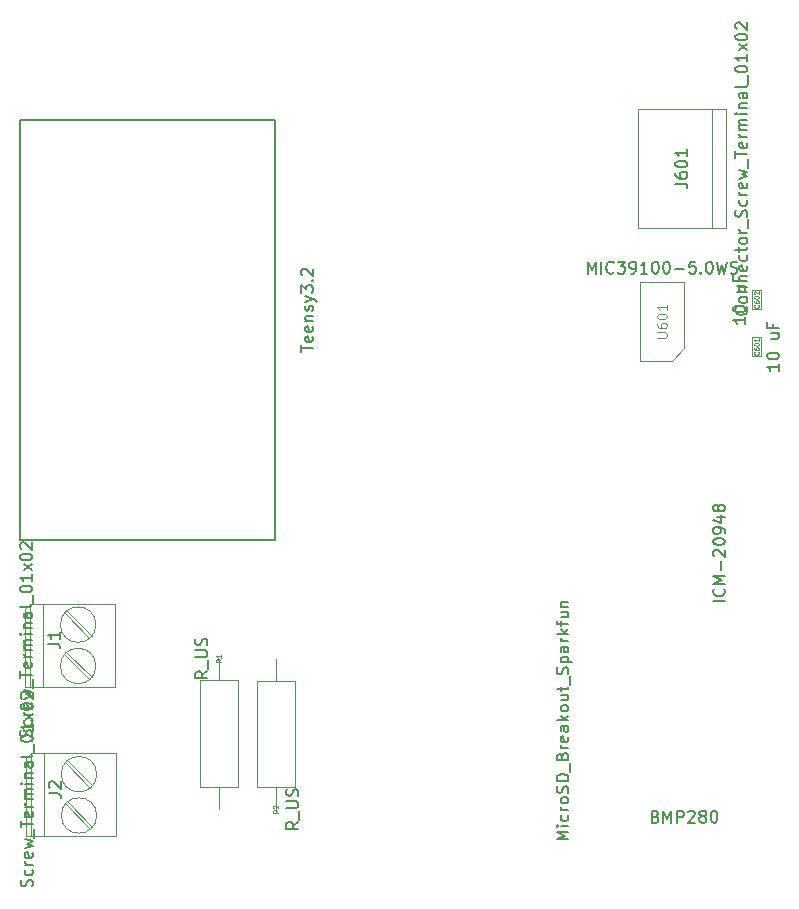
<source format=gbr>
%TF.GenerationSoftware,KiCad,Pcbnew,(5.1.8)-1*%
%TF.CreationDate,2021-03-31T15:24:53-04:00*%
%TF.ProjectId,Artemis Payload Computer,41727465-6d69-4732-9050-61796c6f6164,rev?*%
%TF.SameCoordinates,Original*%
%TF.FileFunction,Other,Fab,Top*%
%FSLAX46Y46*%
G04 Gerber Fmt 4.6, Leading zero omitted, Abs format (unit mm)*
G04 Created by KiCad (PCBNEW (5.1.8)-1) date 2021-03-31 15:24:53*
%MOMM*%
%LPD*%
G01*
G04 APERTURE LIST*
%ADD10C,0.100000*%
%ADD11C,0.127000*%
%ADD12C,0.150000*%
%ADD13C,0.060000*%
%ADD14C,0.120000*%
G04 APERTURE END LIST*
D10*
%TO.C,J2*%
X118858000Y-120975000D02*
X116765000Y-118883000D01*
X118675000Y-121158000D02*
X116582000Y-119066000D01*
X118858000Y-117475000D02*
X116765000Y-115382000D01*
X118675000Y-117658000D02*
X116582000Y-115565000D01*
X114720000Y-114770000D02*
X114720000Y-121770000D01*
X113620000Y-114770000D02*
X113620000Y-121770000D01*
X113620000Y-114770000D02*
X120820000Y-114770000D01*
X113220000Y-115170000D02*
X113620000Y-114770000D01*
X113220000Y-121770000D02*
X113220000Y-115170000D01*
X120820000Y-121770000D02*
X113220000Y-121770000D01*
X120820000Y-114770000D02*
X120820000Y-121770000D01*
X119220000Y-120020000D02*
G75*
G03*
X119220000Y-120020000I-1500000J0D01*
G01*
X119220000Y-116520000D02*
G75*
G03*
X119220000Y-116520000I-1500000J0D01*
G01*
%TO.C,J1*%
X118788000Y-108315000D02*
X116695000Y-106223000D01*
X118605000Y-108498000D02*
X116512000Y-106406000D01*
X118788000Y-104815000D02*
X116695000Y-102722000D01*
X118605000Y-104998000D02*
X116512000Y-102905000D01*
X114650000Y-102110000D02*
X114650000Y-109110000D01*
X113550000Y-102110000D02*
X113550000Y-109110000D01*
X113550000Y-102110000D02*
X120750000Y-102110000D01*
X113150000Y-102510000D02*
X113550000Y-102110000D01*
X113150000Y-109110000D02*
X113150000Y-102510000D01*
X120750000Y-109110000D02*
X113150000Y-109110000D01*
X120750000Y-102110000D02*
X120750000Y-109110000D01*
X119150000Y-107360000D02*
G75*
G03*
X119150000Y-107360000I-1500000J0D01*
G01*
X119150000Y-103860000D02*
G75*
G03*
X119150000Y-103860000I-1500000J0D01*
G01*
%TO.C,R2*%
X132800000Y-117640000D02*
X136000000Y-117640000D01*
X136000000Y-117640000D02*
X136000000Y-108640000D01*
X136000000Y-108640000D02*
X132800000Y-108640000D01*
X132800000Y-108640000D02*
X132800000Y-117640000D01*
X134400000Y-119490000D02*
X134400000Y-117640000D01*
X134400000Y-106790000D02*
X134400000Y-108640000D01*
D11*
%TO.C,U1*%
X134300000Y-96690000D02*
X112710000Y-96690000D01*
X112710000Y-96690000D02*
X112710000Y-61130000D01*
X112710000Y-61130000D02*
X134300000Y-61130000D01*
X134300000Y-61130000D02*
X134300000Y-96690000D01*
D10*
%TO.C,R1*%
X131160000Y-108590000D02*
X127960000Y-108590000D01*
X127960000Y-108590000D02*
X127960000Y-117590000D01*
X127960000Y-117590000D02*
X131160000Y-117590000D01*
X131160000Y-117590000D02*
X131160000Y-108590000D01*
X129560000Y-106740000D02*
X129560000Y-108590000D01*
X129560000Y-119440000D02*
X129560000Y-117590000D01*
%TO.C,U601*%
X168960000Y-80480000D02*
X167910000Y-81530000D01*
X168960000Y-80480000D02*
X168960000Y-74830000D01*
X167910000Y-81530000D02*
X165260000Y-81530000D01*
X168960000Y-74830000D02*
X165260000Y-74830000D01*
X165260000Y-81530000D02*
X165260000Y-74830000D01*
%TO.C,J601*%
X171320000Y-70190000D02*
X171320000Y-60290000D01*
X165020000Y-70240000D02*
X172520000Y-70240000D01*
X172520000Y-70240000D02*
X172520000Y-60240000D01*
X172520000Y-60240000D02*
X165020000Y-60240000D01*
X165020000Y-60240000D02*
X165020000Y-70240000D01*
%TO.C,C602*%
X174700000Y-75550000D02*
X175500000Y-75550000D01*
X175500000Y-75550000D02*
X175500000Y-77150000D01*
X175500000Y-77150000D02*
X174700000Y-77150000D01*
X174700000Y-77150000D02*
X174700000Y-75550000D01*
%TO.C,C601*%
X175500000Y-81125000D02*
X174700000Y-81125000D01*
X174700000Y-81125000D02*
X174700000Y-79525000D01*
X174700000Y-79525000D02*
X175500000Y-79525000D01*
X175500000Y-79525000D02*
X175500000Y-81125000D01*
%TD*%
%TO.C,J2*%
D12*
X113754761Y-126028095D02*
X113802380Y-125885238D01*
X113802380Y-125647142D01*
X113754761Y-125551904D01*
X113707142Y-125504285D01*
X113611904Y-125456666D01*
X113516666Y-125456666D01*
X113421428Y-125504285D01*
X113373809Y-125551904D01*
X113326190Y-125647142D01*
X113278571Y-125837619D01*
X113230952Y-125932857D01*
X113183333Y-125980476D01*
X113088095Y-126028095D01*
X112992857Y-126028095D01*
X112897619Y-125980476D01*
X112850000Y-125932857D01*
X112802380Y-125837619D01*
X112802380Y-125599523D01*
X112850000Y-125456666D01*
X113754761Y-124599523D02*
X113802380Y-124694761D01*
X113802380Y-124885238D01*
X113754761Y-124980476D01*
X113707142Y-125028095D01*
X113611904Y-125075714D01*
X113326190Y-125075714D01*
X113230952Y-125028095D01*
X113183333Y-124980476D01*
X113135714Y-124885238D01*
X113135714Y-124694761D01*
X113183333Y-124599523D01*
X113802380Y-124170952D02*
X113135714Y-124170952D01*
X113326190Y-124170952D02*
X113230952Y-124123333D01*
X113183333Y-124075714D01*
X113135714Y-123980476D01*
X113135714Y-123885238D01*
X113754761Y-123170952D02*
X113802380Y-123266190D01*
X113802380Y-123456666D01*
X113754761Y-123551904D01*
X113659523Y-123599523D01*
X113278571Y-123599523D01*
X113183333Y-123551904D01*
X113135714Y-123456666D01*
X113135714Y-123266190D01*
X113183333Y-123170952D01*
X113278571Y-123123333D01*
X113373809Y-123123333D01*
X113469047Y-123599523D01*
X113135714Y-122790000D02*
X113802380Y-122599523D01*
X113326190Y-122409047D01*
X113802380Y-122218571D01*
X113135714Y-122028095D01*
X113897619Y-121885238D02*
X113897619Y-121123333D01*
X112802380Y-121028095D02*
X112802380Y-120456666D01*
X113802380Y-120742380D02*
X112802380Y-120742380D01*
X113754761Y-119742380D02*
X113802380Y-119837619D01*
X113802380Y-120028095D01*
X113754761Y-120123333D01*
X113659523Y-120170952D01*
X113278571Y-120170952D01*
X113183333Y-120123333D01*
X113135714Y-120028095D01*
X113135714Y-119837619D01*
X113183333Y-119742380D01*
X113278571Y-119694761D01*
X113373809Y-119694761D01*
X113469047Y-120170952D01*
X113802380Y-119266190D02*
X113135714Y-119266190D01*
X113326190Y-119266190D02*
X113230952Y-119218571D01*
X113183333Y-119170952D01*
X113135714Y-119075714D01*
X113135714Y-118980476D01*
X113802380Y-118647142D02*
X113135714Y-118647142D01*
X113230952Y-118647142D02*
X113183333Y-118599523D01*
X113135714Y-118504285D01*
X113135714Y-118361428D01*
X113183333Y-118266190D01*
X113278571Y-118218571D01*
X113802380Y-118218571D01*
X113278571Y-118218571D02*
X113183333Y-118170952D01*
X113135714Y-118075714D01*
X113135714Y-117932857D01*
X113183333Y-117837619D01*
X113278571Y-117790000D01*
X113802380Y-117790000D01*
X113802380Y-117313809D02*
X113135714Y-117313809D01*
X112802380Y-117313809D02*
X112850000Y-117361428D01*
X112897619Y-117313809D01*
X112850000Y-117266190D01*
X112802380Y-117313809D01*
X112897619Y-117313809D01*
X113135714Y-116837619D02*
X113802380Y-116837619D01*
X113230952Y-116837619D02*
X113183333Y-116790000D01*
X113135714Y-116694761D01*
X113135714Y-116551904D01*
X113183333Y-116456666D01*
X113278571Y-116409047D01*
X113802380Y-116409047D01*
X113802380Y-115504285D02*
X113278571Y-115504285D01*
X113183333Y-115551904D01*
X113135714Y-115647142D01*
X113135714Y-115837619D01*
X113183333Y-115932857D01*
X113754761Y-115504285D02*
X113802380Y-115599523D01*
X113802380Y-115837619D01*
X113754761Y-115932857D01*
X113659523Y-115980476D01*
X113564285Y-115980476D01*
X113469047Y-115932857D01*
X113421428Y-115837619D01*
X113421428Y-115599523D01*
X113373809Y-115504285D01*
X113802380Y-114885238D02*
X113754761Y-114980476D01*
X113659523Y-115028095D01*
X112802380Y-115028095D01*
X113897619Y-114742380D02*
X113897619Y-113980476D01*
X112802380Y-113551904D02*
X112802380Y-113456666D01*
X112850000Y-113361428D01*
X112897619Y-113313809D01*
X112992857Y-113266190D01*
X113183333Y-113218571D01*
X113421428Y-113218571D01*
X113611904Y-113266190D01*
X113707142Y-113313809D01*
X113754761Y-113361428D01*
X113802380Y-113456666D01*
X113802380Y-113551904D01*
X113754761Y-113647142D01*
X113707142Y-113694761D01*
X113611904Y-113742380D01*
X113421428Y-113790000D01*
X113183333Y-113790000D01*
X112992857Y-113742380D01*
X112897619Y-113694761D01*
X112850000Y-113647142D01*
X112802380Y-113551904D01*
X113802380Y-112266190D02*
X113802380Y-112837619D01*
X113802380Y-112551904D02*
X112802380Y-112551904D01*
X112945238Y-112647142D01*
X113040476Y-112742380D01*
X113088095Y-112837619D01*
X113802380Y-111932857D02*
X113135714Y-111409047D01*
X113135714Y-111932857D02*
X113802380Y-111409047D01*
X112802380Y-110837619D02*
X112802380Y-110742380D01*
X112850000Y-110647142D01*
X112897619Y-110599523D01*
X112992857Y-110551904D01*
X113183333Y-110504285D01*
X113421428Y-110504285D01*
X113611904Y-110551904D01*
X113707142Y-110599523D01*
X113754761Y-110647142D01*
X113802380Y-110742380D01*
X113802380Y-110837619D01*
X113754761Y-110932857D01*
X113707142Y-110980476D01*
X113611904Y-111028095D01*
X113421428Y-111075714D01*
X113183333Y-111075714D01*
X112992857Y-111028095D01*
X112897619Y-110980476D01*
X112850000Y-110932857D01*
X112802380Y-110837619D01*
X112897619Y-110123333D02*
X112850000Y-110075714D01*
X112802380Y-109980476D01*
X112802380Y-109742380D01*
X112850000Y-109647142D01*
X112897619Y-109599523D01*
X112992857Y-109551904D01*
X113088095Y-109551904D01*
X113230952Y-109599523D01*
X113802380Y-110170952D01*
X113802380Y-109551904D01*
X115172380Y-118123333D02*
X115886666Y-118123333D01*
X116029523Y-118170952D01*
X116124761Y-118266190D01*
X116172380Y-118409047D01*
X116172380Y-118504285D01*
X115267619Y-117694761D02*
X115220000Y-117647142D01*
X115172380Y-117551904D01*
X115172380Y-117313809D01*
X115220000Y-117218571D01*
X115267619Y-117170952D01*
X115362857Y-117123333D01*
X115458095Y-117123333D01*
X115600952Y-117170952D01*
X116172380Y-117742380D01*
X116172380Y-117123333D01*
%TO.C,J1*%
X113684761Y-113368095D02*
X113732380Y-113225238D01*
X113732380Y-112987142D01*
X113684761Y-112891904D01*
X113637142Y-112844285D01*
X113541904Y-112796666D01*
X113446666Y-112796666D01*
X113351428Y-112844285D01*
X113303809Y-112891904D01*
X113256190Y-112987142D01*
X113208571Y-113177619D01*
X113160952Y-113272857D01*
X113113333Y-113320476D01*
X113018095Y-113368095D01*
X112922857Y-113368095D01*
X112827619Y-113320476D01*
X112780000Y-113272857D01*
X112732380Y-113177619D01*
X112732380Y-112939523D01*
X112780000Y-112796666D01*
X113684761Y-111939523D02*
X113732380Y-112034761D01*
X113732380Y-112225238D01*
X113684761Y-112320476D01*
X113637142Y-112368095D01*
X113541904Y-112415714D01*
X113256190Y-112415714D01*
X113160952Y-112368095D01*
X113113333Y-112320476D01*
X113065714Y-112225238D01*
X113065714Y-112034761D01*
X113113333Y-111939523D01*
X113732380Y-111510952D02*
X113065714Y-111510952D01*
X113256190Y-111510952D02*
X113160952Y-111463333D01*
X113113333Y-111415714D01*
X113065714Y-111320476D01*
X113065714Y-111225238D01*
X113684761Y-110510952D02*
X113732380Y-110606190D01*
X113732380Y-110796666D01*
X113684761Y-110891904D01*
X113589523Y-110939523D01*
X113208571Y-110939523D01*
X113113333Y-110891904D01*
X113065714Y-110796666D01*
X113065714Y-110606190D01*
X113113333Y-110510952D01*
X113208571Y-110463333D01*
X113303809Y-110463333D01*
X113399047Y-110939523D01*
X113065714Y-110130000D02*
X113732380Y-109939523D01*
X113256190Y-109749047D01*
X113732380Y-109558571D01*
X113065714Y-109368095D01*
X113827619Y-109225238D02*
X113827619Y-108463333D01*
X112732380Y-108368095D02*
X112732380Y-107796666D01*
X113732380Y-108082380D02*
X112732380Y-108082380D01*
X113684761Y-107082380D02*
X113732380Y-107177619D01*
X113732380Y-107368095D01*
X113684761Y-107463333D01*
X113589523Y-107510952D01*
X113208571Y-107510952D01*
X113113333Y-107463333D01*
X113065714Y-107368095D01*
X113065714Y-107177619D01*
X113113333Y-107082380D01*
X113208571Y-107034761D01*
X113303809Y-107034761D01*
X113399047Y-107510952D01*
X113732380Y-106606190D02*
X113065714Y-106606190D01*
X113256190Y-106606190D02*
X113160952Y-106558571D01*
X113113333Y-106510952D01*
X113065714Y-106415714D01*
X113065714Y-106320476D01*
X113732380Y-105987142D02*
X113065714Y-105987142D01*
X113160952Y-105987142D02*
X113113333Y-105939523D01*
X113065714Y-105844285D01*
X113065714Y-105701428D01*
X113113333Y-105606190D01*
X113208571Y-105558571D01*
X113732380Y-105558571D01*
X113208571Y-105558571D02*
X113113333Y-105510952D01*
X113065714Y-105415714D01*
X113065714Y-105272857D01*
X113113333Y-105177619D01*
X113208571Y-105130000D01*
X113732380Y-105130000D01*
X113732380Y-104653809D02*
X113065714Y-104653809D01*
X112732380Y-104653809D02*
X112780000Y-104701428D01*
X112827619Y-104653809D01*
X112780000Y-104606190D01*
X112732380Y-104653809D01*
X112827619Y-104653809D01*
X113065714Y-104177619D02*
X113732380Y-104177619D01*
X113160952Y-104177619D02*
X113113333Y-104130000D01*
X113065714Y-104034761D01*
X113065714Y-103891904D01*
X113113333Y-103796666D01*
X113208571Y-103749047D01*
X113732380Y-103749047D01*
X113732380Y-102844285D02*
X113208571Y-102844285D01*
X113113333Y-102891904D01*
X113065714Y-102987142D01*
X113065714Y-103177619D01*
X113113333Y-103272857D01*
X113684761Y-102844285D02*
X113732380Y-102939523D01*
X113732380Y-103177619D01*
X113684761Y-103272857D01*
X113589523Y-103320476D01*
X113494285Y-103320476D01*
X113399047Y-103272857D01*
X113351428Y-103177619D01*
X113351428Y-102939523D01*
X113303809Y-102844285D01*
X113732380Y-102225238D02*
X113684761Y-102320476D01*
X113589523Y-102368095D01*
X112732380Y-102368095D01*
X113827619Y-102082380D02*
X113827619Y-101320476D01*
X112732380Y-100891904D02*
X112732380Y-100796666D01*
X112780000Y-100701428D01*
X112827619Y-100653809D01*
X112922857Y-100606190D01*
X113113333Y-100558571D01*
X113351428Y-100558571D01*
X113541904Y-100606190D01*
X113637142Y-100653809D01*
X113684761Y-100701428D01*
X113732380Y-100796666D01*
X113732380Y-100891904D01*
X113684761Y-100987142D01*
X113637142Y-101034761D01*
X113541904Y-101082380D01*
X113351428Y-101130000D01*
X113113333Y-101130000D01*
X112922857Y-101082380D01*
X112827619Y-101034761D01*
X112780000Y-100987142D01*
X112732380Y-100891904D01*
X113732380Y-99606190D02*
X113732380Y-100177619D01*
X113732380Y-99891904D02*
X112732380Y-99891904D01*
X112875238Y-99987142D01*
X112970476Y-100082380D01*
X113018095Y-100177619D01*
X113732380Y-99272857D02*
X113065714Y-98749047D01*
X113065714Y-99272857D02*
X113732380Y-98749047D01*
X112732380Y-98177619D02*
X112732380Y-98082380D01*
X112780000Y-97987142D01*
X112827619Y-97939523D01*
X112922857Y-97891904D01*
X113113333Y-97844285D01*
X113351428Y-97844285D01*
X113541904Y-97891904D01*
X113637142Y-97939523D01*
X113684761Y-97987142D01*
X113732380Y-98082380D01*
X113732380Y-98177619D01*
X113684761Y-98272857D01*
X113637142Y-98320476D01*
X113541904Y-98368095D01*
X113351428Y-98415714D01*
X113113333Y-98415714D01*
X112922857Y-98368095D01*
X112827619Y-98320476D01*
X112780000Y-98272857D01*
X112732380Y-98177619D01*
X112827619Y-97463333D02*
X112780000Y-97415714D01*
X112732380Y-97320476D01*
X112732380Y-97082380D01*
X112780000Y-96987142D01*
X112827619Y-96939523D01*
X112922857Y-96891904D01*
X113018095Y-96891904D01*
X113160952Y-96939523D01*
X113732380Y-97510952D01*
X113732380Y-96891904D01*
X115102380Y-105463333D02*
X115816666Y-105463333D01*
X115959523Y-105510952D01*
X116054761Y-105606190D01*
X116102380Y-105749047D01*
X116102380Y-105844285D01*
X116102380Y-104463333D02*
X116102380Y-105034761D01*
X116102380Y-104749047D02*
X115102380Y-104749047D01*
X115245238Y-104844285D01*
X115340476Y-104939523D01*
X115388095Y-105034761D01*
%TO.C,U701*%
X159162380Y-122051428D02*
X158162380Y-122051428D01*
X158876666Y-121718095D01*
X158162380Y-121384761D01*
X159162380Y-121384761D01*
X159162380Y-120908571D02*
X158495714Y-120908571D01*
X158162380Y-120908571D02*
X158210000Y-120956190D01*
X158257619Y-120908571D01*
X158210000Y-120860952D01*
X158162380Y-120908571D01*
X158257619Y-120908571D01*
X159114761Y-120003809D02*
X159162380Y-120099047D01*
X159162380Y-120289523D01*
X159114761Y-120384761D01*
X159067142Y-120432380D01*
X158971904Y-120480000D01*
X158686190Y-120480000D01*
X158590952Y-120432380D01*
X158543333Y-120384761D01*
X158495714Y-120289523D01*
X158495714Y-120099047D01*
X158543333Y-120003809D01*
X159162380Y-119575238D02*
X158495714Y-119575238D01*
X158686190Y-119575238D02*
X158590952Y-119527619D01*
X158543333Y-119480000D01*
X158495714Y-119384761D01*
X158495714Y-119289523D01*
X159162380Y-118813333D02*
X159114761Y-118908571D01*
X159067142Y-118956190D01*
X158971904Y-119003809D01*
X158686190Y-119003809D01*
X158590952Y-118956190D01*
X158543333Y-118908571D01*
X158495714Y-118813333D01*
X158495714Y-118670476D01*
X158543333Y-118575238D01*
X158590952Y-118527619D01*
X158686190Y-118480000D01*
X158971904Y-118480000D01*
X159067142Y-118527619D01*
X159114761Y-118575238D01*
X159162380Y-118670476D01*
X159162380Y-118813333D01*
X159114761Y-118099047D02*
X159162380Y-117956190D01*
X159162380Y-117718095D01*
X159114761Y-117622857D01*
X159067142Y-117575238D01*
X158971904Y-117527619D01*
X158876666Y-117527619D01*
X158781428Y-117575238D01*
X158733809Y-117622857D01*
X158686190Y-117718095D01*
X158638571Y-117908571D01*
X158590952Y-118003809D01*
X158543333Y-118051428D01*
X158448095Y-118099047D01*
X158352857Y-118099047D01*
X158257619Y-118051428D01*
X158210000Y-118003809D01*
X158162380Y-117908571D01*
X158162380Y-117670476D01*
X158210000Y-117527619D01*
X159162380Y-117099047D02*
X158162380Y-117099047D01*
X158162380Y-116860952D01*
X158210000Y-116718095D01*
X158305238Y-116622857D01*
X158400476Y-116575238D01*
X158590952Y-116527619D01*
X158733809Y-116527619D01*
X158924285Y-116575238D01*
X159019523Y-116622857D01*
X159114761Y-116718095D01*
X159162380Y-116860952D01*
X159162380Y-117099047D01*
X159257619Y-116337142D02*
X159257619Y-115575238D01*
X158638571Y-115003809D02*
X158686190Y-114860952D01*
X158733809Y-114813333D01*
X158829047Y-114765714D01*
X158971904Y-114765714D01*
X159067142Y-114813333D01*
X159114761Y-114860952D01*
X159162380Y-114956190D01*
X159162380Y-115337142D01*
X158162380Y-115337142D01*
X158162380Y-115003809D01*
X158210000Y-114908571D01*
X158257619Y-114860952D01*
X158352857Y-114813333D01*
X158448095Y-114813333D01*
X158543333Y-114860952D01*
X158590952Y-114908571D01*
X158638571Y-115003809D01*
X158638571Y-115337142D01*
X159162380Y-114337142D02*
X158495714Y-114337142D01*
X158686190Y-114337142D02*
X158590952Y-114289523D01*
X158543333Y-114241904D01*
X158495714Y-114146666D01*
X158495714Y-114051428D01*
X159114761Y-113337142D02*
X159162380Y-113432380D01*
X159162380Y-113622857D01*
X159114761Y-113718095D01*
X159019523Y-113765714D01*
X158638571Y-113765714D01*
X158543333Y-113718095D01*
X158495714Y-113622857D01*
X158495714Y-113432380D01*
X158543333Y-113337142D01*
X158638571Y-113289523D01*
X158733809Y-113289523D01*
X158829047Y-113765714D01*
X159162380Y-112432380D02*
X158638571Y-112432380D01*
X158543333Y-112480000D01*
X158495714Y-112575238D01*
X158495714Y-112765714D01*
X158543333Y-112860952D01*
X159114761Y-112432380D02*
X159162380Y-112527619D01*
X159162380Y-112765714D01*
X159114761Y-112860952D01*
X159019523Y-112908571D01*
X158924285Y-112908571D01*
X158829047Y-112860952D01*
X158781428Y-112765714D01*
X158781428Y-112527619D01*
X158733809Y-112432380D01*
X159162380Y-111956190D02*
X158162380Y-111956190D01*
X158781428Y-111860952D02*
X159162380Y-111575238D01*
X158495714Y-111575238D02*
X158876666Y-111956190D01*
X159162380Y-111003809D02*
X159114761Y-111099047D01*
X159067142Y-111146666D01*
X158971904Y-111194285D01*
X158686190Y-111194285D01*
X158590952Y-111146666D01*
X158543333Y-111099047D01*
X158495714Y-111003809D01*
X158495714Y-110860952D01*
X158543333Y-110765714D01*
X158590952Y-110718095D01*
X158686190Y-110670476D01*
X158971904Y-110670476D01*
X159067142Y-110718095D01*
X159114761Y-110765714D01*
X159162380Y-110860952D01*
X159162380Y-111003809D01*
X158495714Y-109813333D02*
X159162380Y-109813333D01*
X158495714Y-110241904D02*
X159019523Y-110241904D01*
X159114761Y-110194285D01*
X159162380Y-110099047D01*
X159162380Y-109956190D01*
X159114761Y-109860952D01*
X159067142Y-109813333D01*
X158495714Y-109480000D02*
X158495714Y-109099047D01*
X158162380Y-109337142D02*
X159019523Y-109337142D01*
X159114761Y-109289523D01*
X159162380Y-109194285D01*
X159162380Y-109099047D01*
X159257619Y-109003809D02*
X159257619Y-108241904D01*
X159114761Y-108051428D02*
X159162380Y-107908571D01*
X159162380Y-107670476D01*
X159114761Y-107575238D01*
X159067142Y-107527619D01*
X158971904Y-107480000D01*
X158876666Y-107480000D01*
X158781428Y-107527619D01*
X158733809Y-107575238D01*
X158686190Y-107670476D01*
X158638571Y-107860952D01*
X158590952Y-107956190D01*
X158543333Y-108003809D01*
X158448095Y-108051428D01*
X158352857Y-108051428D01*
X158257619Y-108003809D01*
X158210000Y-107956190D01*
X158162380Y-107860952D01*
X158162380Y-107622857D01*
X158210000Y-107480000D01*
X158495714Y-107051428D02*
X159495714Y-107051428D01*
X158543333Y-107051428D02*
X158495714Y-106956190D01*
X158495714Y-106765714D01*
X158543333Y-106670476D01*
X158590952Y-106622857D01*
X158686190Y-106575238D01*
X158971904Y-106575238D01*
X159067142Y-106622857D01*
X159114761Y-106670476D01*
X159162380Y-106765714D01*
X159162380Y-106956190D01*
X159114761Y-107051428D01*
X159162380Y-105718095D02*
X158638571Y-105718095D01*
X158543333Y-105765714D01*
X158495714Y-105860952D01*
X158495714Y-106051428D01*
X158543333Y-106146666D01*
X159114761Y-105718095D02*
X159162380Y-105813333D01*
X159162380Y-106051428D01*
X159114761Y-106146666D01*
X159019523Y-106194285D01*
X158924285Y-106194285D01*
X158829047Y-106146666D01*
X158781428Y-106051428D01*
X158781428Y-105813333D01*
X158733809Y-105718095D01*
X159162380Y-105241904D02*
X158495714Y-105241904D01*
X158686190Y-105241904D02*
X158590952Y-105194285D01*
X158543333Y-105146666D01*
X158495714Y-105051428D01*
X158495714Y-104956190D01*
X159162380Y-104622857D02*
X158162380Y-104622857D01*
X158781428Y-104527619D02*
X159162380Y-104241904D01*
X158495714Y-104241904D02*
X158876666Y-104622857D01*
X158495714Y-103956190D02*
X158495714Y-103575238D01*
X159162380Y-103813333D02*
X158305238Y-103813333D01*
X158210000Y-103765714D01*
X158162380Y-103670476D01*
X158162380Y-103575238D01*
X158495714Y-102813333D02*
X159162380Y-102813333D01*
X158495714Y-103241904D02*
X159019523Y-103241904D01*
X159114761Y-103194285D01*
X159162380Y-103099047D01*
X159162380Y-102956190D01*
X159114761Y-102860952D01*
X159067142Y-102813333D01*
X158495714Y-102337142D02*
X159162380Y-102337142D01*
X158590952Y-102337142D02*
X158543333Y-102289523D01*
X158495714Y-102194285D01*
X158495714Y-102051428D01*
X158543333Y-101956190D01*
X158638571Y-101908571D01*
X159162380Y-101908571D01*
%TO.C,U401*%
X172422380Y-101881428D02*
X171422380Y-101881428D01*
X172327142Y-100833809D02*
X172374761Y-100881428D01*
X172422380Y-101024285D01*
X172422380Y-101119523D01*
X172374761Y-101262380D01*
X172279523Y-101357619D01*
X172184285Y-101405238D01*
X171993809Y-101452857D01*
X171850952Y-101452857D01*
X171660476Y-101405238D01*
X171565238Y-101357619D01*
X171470000Y-101262380D01*
X171422380Y-101119523D01*
X171422380Y-101024285D01*
X171470000Y-100881428D01*
X171517619Y-100833809D01*
X172422380Y-100405238D02*
X171422380Y-100405238D01*
X172136666Y-100071904D01*
X171422380Y-99738571D01*
X172422380Y-99738571D01*
X172041428Y-99262380D02*
X172041428Y-98500476D01*
X171517619Y-98071904D02*
X171470000Y-98024285D01*
X171422380Y-97929047D01*
X171422380Y-97690952D01*
X171470000Y-97595714D01*
X171517619Y-97548095D01*
X171612857Y-97500476D01*
X171708095Y-97500476D01*
X171850952Y-97548095D01*
X172422380Y-98119523D01*
X172422380Y-97500476D01*
X171422380Y-96881428D02*
X171422380Y-96786190D01*
X171470000Y-96690952D01*
X171517619Y-96643333D01*
X171612857Y-96595714D01*
X171803333Y-96548095D01*
X172041428Y-96548095D01*
X172231904Y-96595714D01*
X172327142Y-96643333D01*
X172374761Y-96690952D01*
X172422380Y-96786190D01*
X172422380Y-96881428D01*
X172374761Y-96976666D01*
X172327142Y-97024285D01*
X172231904Y-97071904D01*
X172041428Y-97119523D01*
X171803333Y-97119523D01*
X171612857Y-97071904D01*
X171517619Y-97024285D01*
X171470000Y-96976666D01*
X171422380Y-96881428D01*
X172422380Y-96071904D02*
X172422380Y-95881428D01*
X172374761Y-95786190D01*
X172327142Y-95738571D01*
X172184285Y-95643333D01*
X171993809Y-95595714D01*
X171612857Y-95595714D01*
X171517619Y-95643333D01*
X171470000Y-95690952D01*
X171422380Y-95786190D01*
X171422380Y-95976666D01*
X171470000Y-96071904D01*
X171517619Y-96119523D01*
X171612857Y-96167142D01*
X171850952Y-96167142D01*
X171946190Y-96119523D01*
X171993809Y-96071904D01*
X172041428Y-95976666D01*
X172041428Y-95786190D01*
X171993809Y-95690952D01*
X171946190Y-95643333D01*
X171850952Y-95595714D01*
X171755714Y-94738571D02*
X172422380Y-94738571D01*
X171374761Y-94976666D02*
X172089047Y-95214761D01*
X172089047Y-94595714D01*
X171850952Y-94071904D02*
X171803333Y-94167142D01*
X171755714Y-94214761D01*
X171660476Y-94262380D01*
X171612857Y-94262380D01*
X171517619Y-94214761D01*
X171470000Y-94167142D01*
X171422380Y-94071904D01*
X171422380Y-93881428D01*
X171470000Y-93786190D01*
X171517619Y-93738571D01*
X171612857Y-93690952D01*
X171660476Y-93690952D01*
X171755714Y-93738571D01*
X171803333Y-93786190D01*
X171850952Y-93881428D01*
X171850952Y-94071904D01*
X171898571Y-94167142D01*
X171946190Y-94214761D01*
X172041428Y-94262380D01*
X172231904Y-94262380D01*
X172327142Y-94214761D01*
X172374761Y-94167142D01*
X172422380Y-94071904D01*
X172422380Y-93881428D01*
X172374761Y-93786190D01*
X172327142Y-93738571D01*
X172231904Y-93690952D01*
X172041428Y-93690952D01*
X171946190Y-93738571D01*
X171898571Y-93786190D01*
X171850952Y-93881428D01*
%TO.C,R2*%
X136282380Y-120561428D02*
X135806190Y-120894761D01*
X136282380Y-121132857D02*
X135282380Y-121132857D01*
X135282380Y-120751904D01*
X135330000Y-120656666D01*
X135377619Y-120609047D01*
X135472857Y-120561428D01*
X135615714Y-120561428D01*
X135710952Y-120609047D01*
X135758571Y-120656666D01*
X135806190Y-120751904D01*
X135806190Y-121132857D01*
X136377619Y-120370952D02*
X136377619Y-119609047D01*
X135282380Y-119370952D02*
X136091904Y-119370952D01*
X136187142Y-119323333D01*
X136234761Y-119275714D01*
X136282380Y-119180476D01*
X136282380Y-118990000D01*
X136234761Y-118894761D01*
X136187142Y-118847142D01*
X136091904Y-118799523D01*
X135282380Y-118799523D01*
X136234761Y-118370952D02*
X136282380Y-118228095D01*
X136282380Y-117990000D01*
X136234761Y-117894761D01*
X136187142Y-117847142D01*
X136091904Y-117799523D01*
X135996666Y-117799523D01*
X135901428Y-117847142D01*
X135853809Y-117894761D01*
X135806190Y-117990000D01*
X135758571Y-118180476D01*
X135710952Y-118275714D01*
X135663333Y-118323333D01*
X135568095Y-118370952D01*
X135472857Y-118370952D01*
X135377619Y-118323333D01*
X135330000Y-118275714D01*
X135282380Y-118180476D01*
X135282380Y-117942380D01*
X135330000Y-117799523D01*
D13*
X134580952Y-119556666D02*
X134390476Y-119690000D01*
X134580952Y-119785238D02*
X134180952Y-119785238D01*
X134180952Y-119632857D01*
X134200000Y-119594761D01*
X134219047Y-119575714D01*
X134257142Y-119556666D01*
X134314285Y-119556666D01*
X134352380Y-119575714D01*
X134371428Y-119594761D01*
X134390476Y-119632857D01*
X134390476Y-119785238D01*
X134219047Y-119404285D02*
X134200000Y-119385238D01*
X134180952Y-119347142D01*
X134180952Y-119251904D01*
X134200000Y-119213809D01*
X134219047Y-119194761D01*
X134257142Y-119175714D01*
X134295238Y-119175714D01*
X134352380Y-119194761D01*
X134580952Y-119423333D01*
X134580952Y-119175714D01*
%TO.C,R1*%
D12*
X128582380Y-107811428D02*
X128106190Y-108144761D01*
X128582380Y-108382857D02*
X127582380Y-108382857D01*
X127582380Y-108001904D01*
X127630000Y-107906666D01*
X127677619Y-107859047D01*
X127772857Y-107811428D01*
X127915714Y-107811428D01*
X128010952Y-107859047D01*
X128058571Y-107906666D01*
X128106190Y-108001904D01*
X128106190Y-108382857D01*
X128677619Y-107620952D02*
X128677619Y-106859047D01*
X127582380Y-106620952D02*
X128391904Y-106620952D01*
X128487142Y-106573333D01*
X128534761Y-106525714D01*
X128582380Y-106430476D01*
X128582380Y-106240000D01*
X128534761Y-106144761D01*
X128487142Y-106097142D01*
X128391904Y-106049523D01*
X127582380Y-106049523D01*
X128534761Y-105620952D02*
X128582380Y-105478095D01*
X128582380Y-105240000D01*
X128534761Y-105144761D01*
X128487142Y-105097142D01*
X128391904Y-105049523D01*
X128296666Y-105049523D01*
X128201428Y-105097142D01*
X128153809Y-105144761D01*
X128106190Y-105240000D01*
X128058571Y-105430476D01*
X128010952Y-105525714D01*
X127963333Y-105573333D01*
X127868095Y-105620952D01*
X127772857Y-105620952D01*
X127677619Y-105573333D01*
X127630000Y-105525714D01*
X127582380Y-105430476D01*
X127582380Y-105192380D01*
X127630000Y-105049523D01*
D13*
X129740952Y-106806666D02*
X129550476Y-106940000D01*
X129740952Y-107035238D02*
X129340952Y-107035238D01*
X129340952Y-106882857D01*
X129360000Y-106844761D01*
X129379047Y-106825714D01*
X129417142Y-106806666D01*
X129474285Y-106806666D01*
X129512380Y-106825714D01*
X129531428Y-106844761D01*
X129550476Y-106882857D01*
X129550476Y-107035238D01*
X129740952Y-106425714D02*
X129740952Y-106654285D01*
X129740952Y-106540000D02*
X129340952Y-106540000D01*
X129398095Y-106578095D01*
X129436190Y-106616190D01*
X129455238Y-106654285D01*
%TO.C,U601*%
D12*
X160800476Y-74132380D02*
X160800476Y-73132380D01*
X161133809Y-73846666D01*
X161467142Y-73132380D01*
X161467142Y-74132380D01*
X161943333Y-74132380D02*
X161943333Y-73132380D01*
X162990952Y-74037142D02*
X162943333Y-74084761D01*
X162800476Y-74132380D01*
X162705238Y-74132380D01*
X162562380Y-74084761D01*
X162467142Y-73989523D01*
X162419523Y-73894285D01*
X162371904Y-73703809D01*
X162371904Y-73560952D01*
X162419523Y-73370476D01*
X162467142Y-73275238D01*
X162562380Y-73180000D01*
X162705238Y-73132380D01*
X162800476Y-73132380D01*
X162943333Y-73180000D01*
X162990952Y-73227619D01*
X163324285Y-73132380D02*
X163943333Y-73132380D01*
X163610000Y-73513333D01*
X163752857Y-73513333D01*
X163848095Y-73560952D01*
X163895714Y-73608571D01*
X163943333Y-73703809D01*
X163943333Y-73941904D01*
X163895714Y-74037142D01*
X163848095Y-74084761D01*
X163752857Y-74132380D01*
X163467142Y-74132380D01*
X163371904Y-74084761D01*
X163324285Y-74037142D01*
X164419523Y-74132380D02*
X164610000Y-74132380D01*
X164705238Y-74084761D01*
X164752857Y-74037142D01*
X164848095Y-73894285D01*
X164895714Y-73703809D01*
X164895714Y-73322857D01*
X164848095Y-73227619D01*
X164800476Y-73180000D01*
X164705238Y-73132380D01*
X164514761Y-73132380D01*
X164419523Y-73180000D01*
X164371904Y-73227619D01*
X164324285Y-73322857D01*
X164324285Y-73560952D01*
X164371904Y-73656190D01*
X164419523Y-73703809D01*
X164514761Y-73751428D01*
X164705238Y-73751428D01*
X164800476Y-73703809D01*
X164848095Y-73656190D01*
X164895714Y-73560952D01*
X165848095Y-74132380D02*
X165276666Y-74132380D01*
X165562380Y-74132380D02*
X165562380Y-73132380D01*
X165467142Y-73275238D01*
X165371904Y-73370476D01*
X165276666Y-73418095D01*
X166467142Y-73132380D02*
X166562380Y-73132380D01*
X166657619Y-73180000D01*
X166705238Y-73227619D01*
X166752857Y-73322857D01*
X166800476Y-73513333D01*
X166800476Y-73751428D01*
X166752857Y-73941904D01*
X166705238Y-74037142D01*
X166657619Y-74084761D01*
X166562380Y-74132380D01*
X166467142Y-74132380D01*
X166371904Y-74084761D01*
X166324285Y-74037142D01*
X166276666Y-73941904D01*
X166229047Y-73751428D01*
X166229047Y-73513333D01*
X166276666Y-73322857D01*
X166324285Y-73227619D01*
X166371904Y-73180000D01*
X166467142Y-73132380D01*
X167419523Y-73132380D02*
X167514761Y-73132380D01*
X167610000Y-73180000D01*
X167657619Y-73227619D01*
X167705238Y-73322857D01*
X167752857Y-73513333D01*
X167752857Y-73751428D01*
X167705238Y-73941904D01*
X167657619Y-74037142D01*
X167610000Y-74084761D01*
X167514761Y-74132380D01*
X167419523Y-74132380D01*
X167324285Y-74084761D01*
X167276666Y-74037142D01*
X167229047Y-73941904D01*
X167181428Y-73751428D01*
X167181428Y-73513333D01*
X167229047Y-73322857D01*
X167276666Y-73227619D01*
X167324285Y-73180000D01*
X167419523Y-73132380D01*
X168181428Y-73751428D02*
X168943333Y-73751428D01*
X169895714Y-73132380D02*
X169419523Y-73132380D01*
X169371904Y-73608571D01*
X169419523Y-73560952D01*
X169514761Y-73513333D01*
X169752857Y-73513333D01*
X169848095Y-73560952D01*
X169895714Y-73608571D01*
X169943333Y-73703809D01*
X169943333Y-73941904D01*
X169895714Y-74037142D01*
X169848095Y-74084761D01*
X169752857Y-74132380D01*
X169514761Y-74132380D01*
X169419523Y-74084761D01*
X169371904Y-74037142D01*
X170371904Y-74037142D02*
X170419523Y-74084761D01*
X170371904Y-74132380D01*
X170324285Y-74084761D01*
X170371904Y-74037142D01*
X170371904Y-74132380D01*
X171038571Y-73132380D02*
X171133809Y-73132380D01*
X171229047Y-73180000D01*
X171276666Y-73227619D01*
X171324285Y-73322857D01*
X171371904Y-73513333D01*
X171371904Y-73751428D01*
X171324285Y-73941904D01*
X171276666Y-74037142D01*
X171229047Y-74084761D01*
X171133809Y-74132380D01*
X171038571Y-74132380D01*
X170943333Y-74084761D01*
X170895714Y-74037142D01*
X170848095Y-73941904D01*
X170800476Y-73751428D01*
X170800476Y-73513333D01*
X170848095Y-73322857D01*
X170895714Y-73227619D01*
X170943333Y-73180000D01*
X171038571Y-73132380D01*
X171705238Y-73132380D02*
X171943333Y-74132380D01*
X172133809Y-73418095D01*
X172324285Y-74132380D01*
X172562380Y-73132380D01*
X172895714Y-74084761D02*
X173038571Y-74132380D01*
X173276666Y-74132380D01*
X173371904Y-74084761D01*
X173419523Y-74037142D01*
X173467142Y-73941904D01*
X173467142Y-73846666D01*
X173419523Y-73751428D01*
X173371904Y-73703809D01*
X173276666Y-73656190D01*
X173086190Y-73608571D01*
X172990952Y-73560952D01*
X172943333Y-73513333D01*
X172895714Y-73418095D01*
X172895714Y-73322857D01*
X172943333Y-73227619D01*
X172990952Y-73180000D01*
X173086190Y-73132380D01*
X173324285Y-73132380D01*
X173467142Y-73180000D01*
D14*
X166671904Y-79551428D02*
X167319523Y-79551428D01*
X167395714Y-79513333D01*
X167433809Y-79475238D01*
X167471904Y-79399047D01*
X167471904Y-79246666D01*
X167433809Y-79170476D01*
X167395714Y-79132380D01*
X167319523Y-79094285D01*
X166671904Y-79094285D01*
X166671904Y-78370476D02*
X166671904Y-78522857D01*
X166710000Y-78599047D01*
X166748095Y-78637142D01*
X166862380Y-78713333D01*
X167014761Y-78751428D01*
X167319523Y-78751428D01*
X167395714Y-78713333D01*
X167433809Y-78675238D01*
X167471904Y-78599047D01*
X167471904Y-78446666D01*
X167433809Y-78370476D01*
X167395714Y-78332380D01*
X167319523Y-78294285D01*
X167129047Y-78294285D01*
X167052857Y-78332380D01*
X167014761Y-78370476D01*
X166976666Y-78446666D01*
X166976666Y-78599047D01*
X167014761Y-78675238D01*
X167052857Y-78713333D01*
X167129047Y-78751428D01*
X166671904Y-77799047D02*
X166671904Y-77722857D01*
X166710000Y-77646666D01*
X166748095Y-77608571D01*
X166824285Y-77570476D01*
X166976666Y-77532380D01*
X167167142Y-77532380D01*
X167319523Y-77570476D01*
X167395714Y-77608571D01*
X167433809Y-77646666D01*
X167471904Y-77722857D01*
X167471904Y-77799047D01*
X167433809Y-77875238D01*
X167395714Y-77913333D01*
X167319523Y-77951428D01*
X167167142Y-77989523D01*
X166976666Y-77989523D01*
X166824285Y-77951428D01*
X166748095Y-77913333D01*
X166710000Y-77875238D01*
X166671904Y-77799047D01*
X167471904Y-76770476D02*
X167471904Y-77227619D01*
X167471904Y-76999047D02*
X166671904Y-76999047D01*
X166786190Y-77075238D01*
X166862380Y-77151428D01*
X166900476Y-77227619D01*
%TO.C,U501*%
D12*
X166541428Y-120108571D02*
X166684285Y-120156190D01*
X166731904Y-120203809D01*
X166779523Y-120299047D01*
X166779523Y-120441904D01*
X166731904Y-120537142D01*
X166684285Y-120584761D01*
X166589047Y-120632380D01*
X166208095Y-120632380D01*
X166208095Y-119632380D01*
X166541428Y-119632380D01*
X166636666Y-119680000D01*
X166684285Y-119727619D01*
X166731904Y-119822857D01*
X166731904Y-119918095D01*
X166684285Y-120013333D01*
X166636666Y-120060952D01*
X166541428Y-120108571D01*
X166208095Y-120108571D01*
X167208095Y-120632380D02*
X167208095Y-119632380D01*
X167541428Y-120346666D01*
X167874761Y-119632380D01*
X167874761Y-120632380D01*
X168350952Y-120632380D02*
X168350952Y-119632380D01*
X168731904Y-119632380D01*
X168827142Y-119680000D01*
X168874761Y-119727619D01*
X168922380Y-119822857D01*
X168922380Y-119965714D01*
X168874761Y-120060952D01*
X168827142Y-120108571D01*
X168731904Y-120156190D01*
X168350952Y-120156190D01*
X169303333Y-119727619D02*
X169350952Y-119680000D01*
X169446190Y-119632380D01*
X169684285Y-119632380D01*
X169779523Y-119680000D01*
X169827142Y-119727619D01*
X169874761Y-119822857D01*
X169874761Y-119918095D01*
X169827142Y-120060952D01*
X169255714Y-120632380D01*
X169874761Y-120632380D01*
X170446190Y-120060952D02*
X170350952Y-120013333D01*
X170303333Y-119965714D01*
X170255714Y-119870476D01*
X170255714Y-119822857D01*
X170303333Y-119727619D01*
X170350952Y-119680000D01*
X170446190Y-119632380D01*
X170636666Y-119632380D01*
X170731904Y-119680000D01*
X170779523Y-119727619D01*
X170827142Y-119822857D01*
X170827142Y-119870476D01*
X170779523Y-119965714D01*
X170731904Y-120013333D01*
X170636666Y-120060952D01*
X170446190Y-120060952D01*
X170350952Y-120108571D01*
X170303333Y-120156190D01*
X170255714Y-120251428D01*
X170255714Y-120441904D01*
X170303333Y-120537142D01*
X170350952Y-120584761D01*
X170446190Y-120632380D01*
X170636666Y-120632380D01*
X170731904Y-120584761D01*
X170779523Y-120537142D01*
X170827142Y-120441904D01*
X170827142Y-120251428D01*
X170779523Y-120156190D01*
X170731904Y-120108571D01*
X170636666Y-120060952D01*
X171446190Y-119632380D02*
X171541428Y-119632380D01*
X171636666Y-119680000D01*
X171684285Y-119727619D01*
X171731904Y-119822857D01*
X171779523Y-120013333D01*
X171779523Y-120251428D01*
X171731904Y-120441904D01*
X171684285Y-120537142D01*
X171636666Y-120584761D01*
X171541428Y-120632380D01*
X171446190Y-120632380D01*
X171350952Y-120584761D01*
X171303333Y-120537142D01*
X171255714Y-120441904D01*
X171208095Y-120251428D01*
X171208095Y-120013333D01*
X171255714Y-119822857D01*
X171303333Y-119727619D01*
X171350952Y-119680000D01*
X171446190Y-119632380D01*
%TO.C,U2*%
X136522380Y-80761428D02*
X136522380Y-80190000D01*
X137522380Y-80475714D02*
X136522380Y-80475714D01*
X137474761Y-79475714D02*
X137522380Y-79570952D01*
X137522380Y-79761428D01*
X137474761Y-79856666D01*
X137379523Y-79904285D01*
X136998571Y-79904285D01*
X136903333Y-79856666D01*
X136855714Y-79761428D01*
X136855714Y-79570952D01*
X136903333Y-79475714D01*
X136998571Y-79428095D01*
X137093809Y-79428095D01*
X137189047Y-79904285D01*
X137474761Y-78618571D02*
X137522380Y-78713809D01*
X137522380Y-78904285D01*
X137474761Y-78999523D01*
X137379523Y-79047142D01*
X136998571Y-79047142D01*
X136903333Y-78999523D01*
X136855714Y-78904285D01*
X136855714Y-78713809D01*
X136903333Y-78618571D01*
X136998571Y-78570952D01*
X137093809Y-78570952D01*
X137189047Y-79047142D01*
X136855714Y-78142380D02*
X137522380Y-78142380D01*
X136950952Y-78142380D02*
X136903333Y-78094761D01*
X136855714Y-77999523D01*
X136855714Y-77856666D01*
X136903333Y-77761428D01*
X136998571Y-77713809D01*
X137522380Y-77713809D01*
X137474761Y-77285238D02*
X137522380Y-77190000D01*
X137522380Y-76999523D01*
X137474761Y-76904285D01*
X137379523Y-76856666D01*
X137331904Y-76856666D01*
X137236666Y-76904285D01*
X137189047Y-76999523D01*
X137189047Y-77142380D01*
X137141428Y-77237619D01*
X137046190Y-77285238D01*
X136998571Y-77285238D01*
X136903333Y-77237619D01*
X136855714Y-77142380D01*
X136855714Y-76999523D01*
X136903333Y-76904285D01*
X136855714Y-76523333D02*
X137522380Y-76285238D01*
X136855714Y-76047142D02*
X137522380Y-76285238D01*
X137760476Y-76380476D01*
X137808095Y-76428095D01*
X137855714Y-76523333D01*
X136522380Y-75761428D02*
X136522380Y-75142380D01*
X136903333Y-75475714D01*
X136903333Y-75332857D01*
X136950952Y-75237619D01*
X136998571Y-75190000D01*
X137093809Y-75142380D01*
X137331904Y-75142380D01*
X137427142Y-75190000D01*
X137474761Y-75237619D01*
X137522380Y-75332857D01*
X137522380Y-75618571D01*
X137474761Y-75713809D01*
X137427142Y-75761428D01*
X137427142Y-74713809D02*
X137474761Y-74666190D01*
X137522380Y-74713809D01*
X137474761Y-74761428D01*
X137427142Y-74713809D01*
X137522380Y-74713809D01*
X136617619Y-74285238D02*
X136570000Y-74237619D01*
X136522380Y-74142380D01*
X136522380Y-73904285D01*
X136570000Y-73809047D01*
X136617619Y-73761428D01*
X136712857Y-73713809D01*
X136808095Y-73713809D01*
X136950952Y-73761428D01*
X137522380Y-74332857D01*
X137522380Y-73713809D01*
%TO.C,J601*%
X174207142Y-77001904D02*
X174254761Y-77049523D01*
X174302380Y-77192380D01*
X174302380Y-77287619D01*
X174254761Y-77430476D01*
X174159523Y-77525714D01*
X174064285Y-77573333D01*
X173873809Y-77620952D01*
X173730952Y-77620952D01*
X173540476Y-77573333D01*
X173445238Y-77525714D01*
X173350000Y-77430476D01*
X173302380Y-77287619D01*
X173302380Y-77192380D01*
X173350000Y-77049523D01*
X173397619Y-77001904D01*
X174302380Y-76430476D02*
X174254761Y-76525714D01*
X174207142Y-76573333D01*
X174111904Y-76620952D01*
X173826190Y-76620952D01*
X173730952Y-76573333D01*
X173683333Y-76525714D01*
X173635714Y-76430476D01*
X173635714Y-76287619D01*
X173683333Y-76192380D01*
X173730952Y-76144761D01*
X173826190Y-76097142D01*
X174111904Y-76097142D01*
X174207142Y-76144761D01*
X174254761Y-76192380D01*
X174302380Y-76287619D01*
X174302380Y-76430476D01*
X173635714Y-75668571D02*
X174302380Y-75668571D01*
X173730952Y-75668571D02*
X173683333Y-75620952D01*
X173635714Y-75525714D01*
X173635714Y-75382857D01*
X173683333Y-75287619D01*
X173778571Y-75240000D01*
X174302380Y-75240000D01*
X173635714Y-74763809D02*
X174302380Y-74763809D01*
X173730952Y-74763809D02*
X173683333Y-74716190D01*
X173635714Y-74620952D01*
X173635714Y-74478095D01*
X173683333Y-74382857D01*
X173778571Y-74335238D01*
X174302380Y-74335238D01*
X174254761Y-73478095D02*
X174302380Y-73573333D01*
X174302380Y-73763809D01*
X174254761Y-73859047D01*
X174159523Y-73906666D01*
X173778571Y-73906666D01*
X173683333Y-73859047D01*
X173635714Y-73763809D01*
X173635714Y-73573333D01*
X173683333Y-73478095D01*
X173778571Y-73430476D01*
X173873809Y-73430476D01*
X173969047Y-73906666D01*
X174254761Y-72573333D02*
X174302380Y-72668571D01*
X174302380Y-72859047D01*
X174254761Y-72954285D01*
X174207142Y-73001904D01*
X174111904Y-73049523D01*
X173826190Y-73049523D01*
X173730952Y-73001904D01*
X173683333Y-72954285D01*
X173635714Y-72859047D01*
X173635714Y-72668571D01*
X173683333Y-72573333D01*
X173635714Y-72287619D02*
X173635714Y-71906666D01*
X173302380Y-72144761D02*
X174159523Y-72144761D01*
X174254761Y-72097142D01*
X174302380Y-72001904D01*
X174302380Y-71906666D01*
X174302380Y-71430476D02*
X174254761Y-71525714D01*
X174207142Y-71573333D01*
X174111904Y-71620952D01*
X173826190Y-71620952D01*
X173730952Y-71573333D01*
X173683333Y-71525714D01*
X173635714Y-71430476D01*
X173635714Y-71287619D01*
X173683333Y-71192380D01*
X173730952Y-71144761D01*
X173826190Y-71097142D01*
X174111904Y-71097142D01*
X174207142Y-71144761D01*
X174254761Y-71192380D01*
X174302380Y-71287619D01*
X174302380Y-71430476D01*
X174302380Y-70668571D02*
X173635714Y-70668571D01*
X173826190Y-70668571D02*
X173730952Y-70620952D01*
X173683333Y-70573333D01*
X173635714Y-70478095D01*
X173635714Y-70382857D01*
X174397619Y-70287619D02*
X174397619Y-69525714D01*
X174254761Y-69335238D02*
X174302380Y-69192380D01*
X174302380Y-68954285D01*
X174254761Y-68859047D01*
X174207142Y-68811428D01*
X174111904Y-68763809D01*
X174016666Y-68763809D01*
X173921428Y-68811428D01*
X173873809Y-68859047D01*
X173826190Y-68954285D01*
X173778571Y-69144761D01*
X173730952Y-69240000D01*
X173683333Y-69287619D01*
X173588095Y-69335238D01*
X173492857Y-69335238D01*
X173397619Y-69287619D01*
X173350000Y-69240000D01*
X173302380Y-69144761D01*
X173302380Y-68906666D01*
X173350000Y-68763809D01*
X174254761Y-67906666D02*
X174302380Y-68001904D01*
X174302380Y-68192380D01*
X174254761Y-68287619D01*
X174207142Y-68335238D01*
X174111904Y-68382857D01*
X173826190Y-68382857D01*
X173730952Y-68335238D01*
X173683333Y-68287619D01*
X173635714Y-68192380D01*
X173635714Y-68001904D01*
X173683333Y-67906666D01*
X174302380Y-67478095D02*
X173635714Y-67478095D01*
X173826190Y-67478095D02*
X173730952Y-67430476D01*
X173683333Y-67382857D01*
X173635714Y-67287619D01*
X173635714Y-67192380D01*
X174254761Y-66478095D02*
X174302380Y-66573333D01*
X174302380Y-66763809D01*
X174254761Y-66859047D01*
X174159523Y-66906666D01*
X173778571Y-66906666D01*
X173683333Y-66859047D01*
X173635714Y-66763809D01*
X173635714Y-66573333D01*
X173683333Y-66478095D01*
X173778571Y-66430476D01*
X173873809Y-66430476D01*
X173969047Y-66906666D01*
X173635714Y-66097142D02*
X174302380Y-65906666D01*
X173826190Y-65716190D01*
X174302380Y-65525714D01*
X173635714Y-65335238D01*
X174397619Y-65192380D02*
X174397619Y-64430476D01*
X173302380Y-64335238D02*
X173302380Y-63763809D01*
X174302380Y-64049523D02*
X173302380Y-64049523D01*
X174254761Y-63049523D02*
X174302380Y-63144761D01*
X174302380Y-63335238D01*
X174254761Y-63430476D01*
X174159523Y-63478095D01*
X173778571Y-63478095D01*
X173683333Y-63430476D01*
X173635714Y-63335238D01*
X173635714Y-63144761D01*
X173683333Y-63049523D01*
X173778571Y-63001904D01*
X173873809Y-63001904D01*
X173969047Y-63478095D01*
X174302380Y-62573333D02*
X173635714Y-62573333D01*
X173826190Y-62573333D02*
X173730952Y-62525714D01*
X173683333Y-62478095D01*
X173635714Y-62382857D01*
X173635714Y-62287619D01*
X174302380Y-61954285D02*
X173635714Y-61954285D01*
X173730952Y-61954285D02*
X173683333Y-61906666D01*
X173635714Y-61811428D01*
X173635714Y-61668571D01*
X173683333Y-61573333D01*
X173778571Y-61525714D01*
X174302380Y-61525714D01*
X173778571Y-61525714D02*
X173683333Y-61478095D01*
X173635714Y-61382857D01*
X173635714Y-61240000D01*
X173683333Y-61144761D01*
X173778571Y-61097142D01*
X174302380Y-61097142D01*
X174302380Y-60620952D02*
X173635714Y-60620952D01*
X173302380Y-60620952D02*
X173350000Y-60668571D01*
X173397619Y-60620952D01*
X173350000Y-60573333D01*
X173302380Y-60620952D01*
X173397619Y-60620952D01*
X173635714Y-60144761D02*
X174302380Y-60144761D01*
X173730952Y-60144761D02*
X173683333Y-60097142D01*
X173635714Y-60001904D01*
X173635714Y-59859047D01*
X173683333Y-59763809D01*
X173778571Y-59716190D01*
X174302380Y-59716190D01*
X174302380Y-58811428D02*
X173778571Y-58811428D01*
X173683333Y-58859047D01*
X173635714Y-58954285D01*
X173635714Y-59144761D01*
X173683333Y-59240000D01*
X174254761Y-58811428D02*
X174302380Y-58906666D01*
X174302380Y-59144761D01*
X174254761Y-59240000D01*
X174159523Y-59287619D01*
X174064285Y-59287619D01*
X173969047Y-59240000D01*
X173921428Y-59144761D01*
X173921428Y-58906666D01*
X173873809Y-58811428D01*
X174302380Y-58192380D02*
X174254761Y-58287619D01*
X174159523Y-58335238D01*
X173302380Y-58335238D01*
X174397619Y-58049523D02*
X174397619Y-57287619D01*
X173302380Y-56859047D02*
X173302380Y-56763809D01*
X173350000Y-56668571D01*
X173397619Y-56620952D01*
X173492857Y-56573333D01*
X173683333Y-56525714D01*
X173921428Y-56525714D01*
X174111904Y-56573333D01*
X174207142Y-56620952D01*
X174254761Y-56668571D01*
X174302380Y-56763809D01*
X174302380Y-56859047D01*
X174254761Y-56954285D01*
X174207142Y-57001904D01*
X174111904Y-57049523D01*
X173921428Y-57097142D01*
X173683333Y-57097142D01*
X173492857Y-57049523D01*
X173397619Y-57001904D01*
X173350000Y-56954285D01*
X173302380Y-56859047D01*
X174302380Y-55573333D02*
X174302380Y-56144761D01*
X174302380Y-55859047D02*
X173302380Y-55859047D01*
X173445238Y-55954285D01*
X173540476Y-56049523D01*
X173588095Y-56144761D01*
X174302380Y-55240000D02*
X173635714Y-54716190D01*
X173635714Y-55240000D02*
X174302380Y-54716190D01*
X173302380Y-54144761D02*
X173302380Y-54049523D01*
X173350000Y-53954285D01*
X173397619Y-53906666D01*
X173492857Y-53859047D01*
X173683333Y-53811428D01*
X173921428Y-53811428D01*
X174111904Y-53859047D01*
X174207142Y-53906666D01*
X174254761Y-53954285D01*
X174302380Y-54049523D01*
X174302380Y-54144761D01*
X174254761Y-54240000D01*
X174207142Y-54287619D01*
X174111904Y-54335238D01*
X173921428Y-54382857D01*
X173683333Y-54382857D01*
X173492857Y-54335238D01*
X173397619Y-54287619D01*
X173350000Y-54240000D01*
X173302380Y-54144761D01*
X173397619Y-53430476D02*
X173350000Y-53382857D01*
X173302380Y-53287619D01*
X173302380Y-53049523D01*
X173350000Y-52954285D01*
X173397619Y-52906666D01*
X173492857Y-52859047D01*
X173588095Y-52859047D01*
X173730952Y-52906666D01*
X174302380Y-53478095D01*
X174302380Y-52859047D01*
X168222380Y-66525714D02*
X168936666Y-66525714D01*
X169079523Y-66573333D01*
X169174761Y-66668571D01*
X169222380Y-66811428D01*
X169222380Y-66906666D01*
X168222380Y-65620952D02*
X168222380Y-65811428D01*
X168270000Y-65906666D01*
X168317619Y-65954285D01*
X168460476Y-66049523D01*
X168650952Y-66097142D01*
X169031904Y-66097142D01*
X169127142Y-66049523D01*
X169174761Y-66001904D01*
X169222380Y-65906666D01*
X169222380Y-65716190D01*
X169174761Y-65620952D01*
X169127142Y-65573333D01*
X169031904Y-65525714D01*
X168793809Y-65525714D01*
X168698571Y-65573333D01*
X168650952Y-65620952D01*
X168603333Y-65716190D01*
X168603333Y-65906666D01*
X168650952Y-66001904D01*
X168698571Y-66049523D01*
X168793809Y-66097142D01*
X168222380Y-64906666D02*
X168222380Y-64811428D01*
X168270000Y-64716190D01*
X168317619Y-64668571D01*
X168412857Y-64620952D01*
X168603333Y-64573333D01*
X168841428Y-64573333D01*
X169031904Y-64620952D01*
X169127142Y-64668571D01*
X169174761Y-64716190D01*
X169222380Y-64811428D01*
X169222380Y-64906666D01*
X169174761Y-65001904D01*
X169127142Y-65049523D01*
X169031904Y-65097142D01*
X168841428Y-65144761D01*
X168603333Y-65144761D01*
X168412857Y-65097142D01*
X168317619Y-65049523D01*
X168270000Y-65001904D01*
X168222380Y-64906666D01*
X169222380Y-63620952D02*
X169222380Y-64192380D01*
X169222380Y-63906666D02*
X168222380Y-63906666D01*
X168365238Y-64001904D01*
X168460476Y-64097142D01*
X168508095Y-64192380D01*
%TO.C,C602*%
X174122380Y-77802380D02*
X174122380Y-78373809D01*
X174122380Y-78088095D02*
X173122380Y-78088095D01*
X173265238Y-78183333D01*
X173360476Y-78278571D01*
X173408095Y-78373809D01*
X173122380Y-77183333D02*
X173122380Y-77088095D01*
X173170000Y-76992857D01*
X173217619Y-76945238D01*
X173312857Y-76897619D01*
X173503333Y-76850000D01*
X173741428Y-76850000D01*
X173931904Y-76897619D01*
X174027142Y-76945238D01*
X174074761Y-76992857D01*
X174122380Y-77088095D01*
X174122380Y-77183333D01*
X174074761Y-77278571D01*
X174027142Y-77326190D01*
X173931904Y-77373809D01*
X173741428Y-77421428D01*
X173503333Y-77421428D01*
X173312857Y-77373809D01*
X173217619Y-77326190D01*
X173170000Y-77278571D01*
X173122380Y-77183333D01*
X173455714Y-75230952D02*
X174122380Y-75230952D01*
X173455714Y-75659523D02*
X173979523Y-75659523D01*
X174074761Y-75611904D01*
X174122380Y-75516666D01*
X174122380Y-75373809D01*
X174074761Y-75278571D01*
X174027142Y-75230952D01*
X173598571Y-74421428D02*
X173598571Y-74754761D01*
X174122380Y-74754761D02*
X173122380Y-74754761D01*
X173122380Y-74278571D01*
D13*
X175242857Y-76797619D02*
X175261904Y-76816666D01*
X175280952Y-76873809D01*
X175280952Y-76911904D01*
X175261904Y-76969047D01*
X175223809Y-77007142D01*
X175185714Y-77026190D01*
X175109523Y-77045238D01*
X175052380Y-77045238D01*
X174976190Y-77026190D01*
X174938095Y-77007142D01*
X174900000Y-76969047D01*
X174880952Y-76911904D01*
X174880952Y-76873809D01*
X174900000Y-76816666D01*
X174919047Y-76797619D01*
X174880952Y-76454761D02*
X174880952Y-76530952D01*
X174900000Y-76569047D01*
X174919047Y-76588095D01*
X174976190Y-76626190D01*
X175052380Y-76645238D01*
X175204761Y-76645238D01*
X175242857Y-76626190D01*
X175261904Y-76607142D01*
X175280952Y-76569047D01*
X175280952Y-76492857D01*
X175261904Y-76454761D01*
X175242857Y-76435714D01*
X175204761Y-76416666D01*
X175109523Y-76416666D01*
X175071428Y-76435714D01*
X175052380Y-76454761D01*
X175033333Y-76492857D01*
X175033333Y-76569047D01*
X175052380Y-76607142D01*
X175071428Y-76626190D01*
X175109523Y-76645238D01*
X174880952Y-76169047D02*
X174880952Y-76130952D01*
X174900000Y-76092857D01*
X174919047Y-76073809D01*
X174957142Y-76054761D01*
X175033333Y-76035714D01*
X175128571Y-76035714D01*
X175204761Y-76054761D01*
X175242857Y-76073809D01*
X175261904Y-76092857D01*
X175280952Y-76130952D01*
X175280952Y-76169047D01*
X175261904Y-76207142D01*
X175242857Y-76226190D01*
X175204761Y-76245238D01*
X175128571Y-76264285D01*
X175033333Y-76264285D01*
X174957142Y-76245238D01*
X174919047Y-76226190D01*
X174900000Y-76207142D01*
X174880952Y-76169047D01*
X174919047Y-75883333D02*
X174900000Y-75864285D01*
X174880952Y-75826190D01*
X174880952Y-75730952D01*
X174900000Y-75692857D01*
X174919047Y-75673809D01*
X174957142Y-75654761D01*
X174995238Y-75654761D01*
X175052380Y-75673809D01*
X175280952Y-75902380D01*
X175280952Y-75654761D01*
%TO.C,C601*%
D12*
X176982380Y-81777380D02*
X176982380Y-82348809D01*
X176982380Y-82063095D02*
X175982380Y-82063095D01*
X176125238Y-82158333D01*
X176220476Y-82253571D01*
X176268095Y-82348809D01*
X175982380Y-81158333D02*
X175982380Y-81063095D01*
X176030000Y-80967857D01*
X176077619Y-80920238D01*
X176172857Y-80872619D01*
X176363333Y-80825000D01*
X176601428Y-80825000D01*
X176791904Y-80872619D01*
X176887142Y-80920238D01*
X176934761Y-80967857D01*
X176982380Y-81063095D01*
X176982380Y-81158333D01*
X176934761Y-81253571D01*
X176887142Y-81301190D01*
X176791904Y-81348809D01*
X176601428Y-81396428D01*
X176363333Y-81396428D01*
X176172857Y-81348809D01*
X176077619Y-81301190D01*
X176030000Y-81253571D01*
X175982380Y-81158333D01*
X176315714Y-79205952D02*
X176982380Y-79205952D01*
X176315714Y-79634523D02*
X176839523Y-79634523D01*
X176934761Y-79586904D01*
X176982380Y-79491666D01*
X176982380Y-79348809D01*
X176934761Y-79253571D01*
X176887142Y-79205952D01*
X176458571Y-78396428D02*
X176458571Y-78729761D01*
X176982380Y-78729761D02*
X175982380Y-78729761D01*
X175982380Y-78253571D01*
D13*
X175242857Y-80772619D02*
X175261904Y-80791666D01*
X175280952Y-80848809D01*
X175280952Y-80886904D01*
X175261904Y-80944047D01*
X175223809Y-80982142D01*
X175185714Y-81001190D01*
X175109523Y-81020238D01*
X175052380Y-81020238D01*
X174976190Y-81001190D01*
X174938095Y-80982142D01*
X174900000Y-80944047D01*
X174880952Y-80886904D01*
X174880952Y-80848809D01*
X174900000Y-80791666D01*
X174919047Y-80772619D01*
X174880952Y-80429761D02*
X174880952Y-80505952D01*
X174900000Y-80544047D01*
X174919047Y-80563095D01*
X174976190Y-80601190D01*
X175052380Y-80620238D01*
X175204761Y-80620238D01*
X175242857Y-80601190D01*
X175261904Y-80582142D01*
X175280952Y-80544047D01*
X175280952Y-80467857D01*
X175261904Y-80429761D01*
X175242857Y-80410714D01*
X175204761Y-80391666D01*
X175109523Y-80391666D01*
X175071428Y-80410714D01*
X175052380Y-80429761D01*
X175033333Y-80467857D01*
X175033333Y-80544047D01*
X175052380Y-80582142D01*
X175071428Y-80601190D01*
X175109523Y-80620238D01*
X174880952Y-80144047D02*
X174880952Y-80105952D01*
X174900000Y-80067857D01*
X174919047Y-80048809D01*
X174957142Y-80029761D01*
X175033333Y-80010714D01*
X175128571Y-80010714D01*
X175204761Y-80029761D01*
X175242857Y-80048809D01*
X175261904Y-80067857D01*
X175280952Y-80105952D01*
X175280952Y-80144047D01*
X175261904Y-80182142D01*
X175242857Y-80201190D01*
X175204761Y-80220238D01*
X175128571Y-80239285D01*
X175033333Y-80239285D01*
X174957142Y-80220238D01*
X174919047Y-80201190D01*
X174900000Y-80182142D01*
X174880952Y-80144047D01*
X175280952Y-79629761D02*
X175280952Y-79858333D01*
X175280952Y-79744047D02*
X174880952Y-79744047D01*
X174938095Y-79782142D01*
X174976190Y-79820238D01*
X174995238Y-79858333D01*
%TD*%
M02*

</source>
